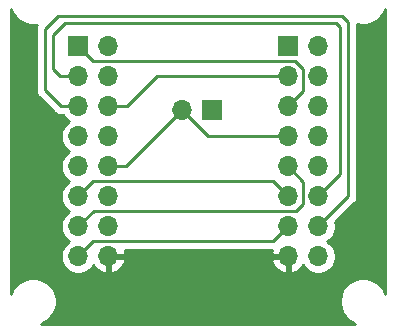
<source format=gbr>
%TF.GenerationSoftware,KiCad,Pcbnew,(5.1.9)-1*%
%TF.CreationDate,2021-08-12T01:32:41-07:00*%
%TF.ProjectId,Apple2to1,4170706c-6532-4746-9f31-2e6b69636164,rev?*%
%TF.SameCoordinates,Original*%
%TF.FileFunction,Copper,L2,Bot*%
%TF.FilePolarity,Positive*%
%FSLAX46Y46*%
G04 Gerber Fmt 4.6, Leading zero omitted, Abs format (unit mm)*
G04 Created by KiCad (PCBNEW (5.1.9)-1) date 2021-08-12 01:32:41*
%MOMM*%
%LPD*%
G01*
G04 APERTURE LIST*
%TA.AperFunction,ComponentPad*%
%ADD10R,1.700000X1.700000*%
%TD*%
%TA.AperFunction,ComponentPad*%
%ADD11O,1.700000X1.700000*%
%TD*%
%TA.AperFunction,Conductor*%
%ADD12C,0.250000*%
%TD*%
%TA.AperFunction,Conductor*%
%ADD13C,0.254000*%
%TD*%
%TA.AperFunction,Conductor*%
%ADD14C,0.100000*%
%TD*%
G04 APERTURE END LIST*
D10*
%TO.P,J3,1*%
%TO.N,+5V*%
X124400000Y-99400000D03*
D11*
%TO.P,J3,2*%
%TO.N,Net-(J1-Pad4)*%
X121860000Y-99400000D03*
%TD*%
%TO.P,J1,9*%
%TO.N,N/C*%
X133350000Y-111760000D03*
%TO.P,J1,8*%
%TO.N,GND*%
X130810000Y-111760000D03*
%TO.P,J1,10*%
%TO.N,/data3*%
X133350000Y-109220000D03*
%TO.P,J1,7*%
%TO.N,/data7*%
X130810000Y-109220000D03*
%TO.P,J1,11*%
%TO.N,/data4*%
X133350000Y-106680000D03*
%TO.P,J1,6*%
%TO.N,/data5*%
X130810000Y-106680000D03*
%TO.P,J1,12*%
%TO.N,/data1*%
X133350000Y-104140000D03*
%TO.P,J1,5*%
%TO.N,/data6*%
X130810000Y-104140000D03*
%TO.P,J1,13*%
%TO.N,/data2*%
X133350000Y-101600000D03*
%TO.P,J1,4*%
%TO.N,Net-(J1-Pad4)*%
X130810000Y-101600000D03*
%TO.P,J1,14*%
%TO.N,N/C*%
X133350000Y-99060000D03*
%TO.P,J1,3*%
%TO.N,/reset*%
X130810000Y-99060000D03*
%TO.P,J1,15*%
%TO.N,-12V*%
X133350000Y-96520000D03*
%TO.P,J1,2*%
%TO.N,/strobe*%
X130810000Y-96520000D03*
%TO.P,J1,16*%
%TO.N,N/C*%
X133350000Y-93980000D03*
D10*
%TO.P,J1,1*%
%TO.N,+5V*%
X130810000Y-93980000D03*
%TD*%
%TO.P,J2,1*%
%TO.N,/reset*%
X113030000Y-93980000D03*
D11*
%TO.P,J2,16*%
%TO.N,+5V*%
X115570000Y-93980000D03*
%TO.P,J2,2*%
%TO.N,/data4*%
X113030000Y-96520000D03*
%TO.P,J2,15*%
%TO.N,+5V*%
X115570000Y-96520000D03*
%TO.P,J2,3*%
%TO.N,/data3*%
X113030000Y-99060000D03*
%TO.P,J2,14*%
%TO.N,/strobe*%
X115570000Y-99060000D03*
%TO.P,J2,4*%
%TO.N,/data2*%
X113030000Y-101600000D03*
%TO.P,J2,13*%
%TO.N,N/C*%
X115570000Y-101600000D03*
%TO.P,J2,5*%
%TO.N,/data1*%
X113030000Y-104140000D03*
%TO.P,J2,12*%
%TO.N,Net-(J1-Pad4)*%
X115570000Y-104140000D03*
%TO.P,J2,6*%
%TO.N,/data5*%
X113030000Y-106680000D03*
%TO.P,J2,11*%
%TO.N,-12V*%
X115570000Y-106680000D03*
%TO.P,J2,7*%
%TO.N,/data6*%
X113030000Y-109220000D03*
%TO.P,J2,10*%
%TO.N,N/C*%
X115570000Y-109220000D03*
%TO.P,J2,8*%
%TO.N,/data7*%
X113030000Y-111760000D03*
%TO.P,J2,9*%
%TO.N,GND*%
X115570000Y-111760000D03*
%TD*%
D12*
%TO.N,/data4*%
X135200000Y-104830000D02*
X133350000Y-106680000D01*
X135200000Y-92300000D02*
X135200000Y-104830000D01*
X134900000Y-92000000D02*
X135200000Y-92300000D01*
X111900000Y-92000000D02*
X134900000Y-92000000D01*
X110900000Y-93000000D02*
X111900000Y-92000000D01*
X110900000Y-95900000D02*
X110900000Y-93000000D01*
X111520000Y-96520000D02*
X110900000Y-95900000D01*
X113030000Y-96520000D02*
X111520000Y-96520000D01*
%TO.N,/data3*%
X135900000Y-106670000D02*
X133350000Y-109220000D01*
X135900000Y-91900000D02*
X135900000Y-106670000D01*
X135400000Y-91400000D02*
X135900000Y-91900000D01*
X111300000Y-91400000D02*
X135400000Y-91400000D01*
X110200000Y-92500000D02*
X111300000Y-91400000D01*
X110200000Y-97700000D02*
X110200000Y-92500000D01*
X111560000Y-99060000D02*
X110200000Y-97700000D01*
X113030000Y-99060000D02*
X111560000Y-99060000D01*
%TO.N,/data7*%
X129530000Y-110500000D02*
X130810000Y-109220000D01*
X114290000Y-110500000D02*
X129530000Y-110500000D01*
X113030000Y-111760000D02*
X114290000Y-110500000D01*
%TO.N,/data5*%
X129530000Y-105400000D02*
X130810000Y-106680000D01*
X114310000Y-105400000D02*
X129530000Y-105400000D01*
X113030000Y-106680000D02*
X114310000Y-105400000D01*
%TO.N,/data6*%
X132100000Y-105430000D02*
X130810000Y-104140000D01*
X132100000Y-107300000D02*
X132100000Y-105430000D01*
X131500000Y-107900000D02*
X132100000Y-107300000D01*
X114350000Y-107900000D02*
X131500000Y-107900000D01*
X113030000Y-109220000D02*
X114350000Y-107900000D01*
%TO.N,/reset*%
X132100000Y-97770000D02*
X130810000Y-99060000D01*
X132100000Y-95900000D02*
X132100000Y-97770000D01*
X131400000Y-95200000D02*
X132100000Y-95900000D01*
X114250000Y-95200000D02*
X131400000Y-95200000D01*
X113030000Y-93980000D02*
X114250000Y-95200000D01*
%TO.N,/strobe*%
X115570000Y-99060000D02*
X117140000Y-99060000D01*
X119680000Y-96520000D02*
X130810000Y-96520000D01*
X117140000Y-99060000D02*
X119680000Y-96520000D01*
%TO.N,Net-(J1-Pad4)*%
X121860000Y-99400000D02*
X124060000Y-101600000D01*
X124060000Y-101600000D02*
X130810000Y-101600000D01*
X115570000Y-104140000D02*
X117120000Y-104140000D01*
X117120000Y-104140000D02*
X121860000Y-99400000D01*
%TD*%
D13*
%TO.N,GND*%
X139040001Y-114921668D02*
X138919085Y-114629750D01*
X138701851Y-114304636D01*
X138425364Y-114028149D01*
X138100250Y-113810915D01*
X137739003Y-113661282D01*
X137355505Y-113585000D01*
X136964495Y-113585000D01*
X136580997Y-113661282D01*
X136219750Y-113810915D01*
X135894636Y-114028149D01*
X135618149Y-114304636D01*
X135400915Y-114629750D01*
X135251282Y-114990997D01*
X135175000Y-115374495D01*
X135175000Y-115765505D01*
X135251282Y-116149003D01*
X135400915Y-116510250D01*
X135618149Y-116835364D01*
X135894636Y-117111851D01*
X136219750Y-117329085D01*
X136511665Y-117450000D01*
X109868335Y-117450000D01*
X110160250Y-117329085D01*
X110485364Y-117111851D01*
X110761851Y-116835364D01*
X110979085Y-116510250D01*
X111128718Y-116149003D01*
X111205000Y-115765505D01*
X111205000Y-115374495D01*
X111128718Y-114990997D01*
X110979085Y-114629750D01*
X110761851Y-114304636D01*
X110485364Y-114028149D01*
X110160250Y-113810915D01*
X109799003Y-113661282D01*
X109415505Y-113585000D01*
X109024495Y-113585000D01*
X108640997Y-113661282D01*
X108279750Y-113810915D01*
X107954636Y-114028149D01*
X107678149Y-114304636D01*
X107460915Y-114629750D01*
X107340000Y-114921665D01*
X107340000Y-90818335D01*
X107460915Y-91110250D01*
X107678149Y-91435364D01*
X107954636Y-91711851D01*
X108279750Y-91929085D01*
X108640997Y-92078718D01*
X109024495Y-92155000D01*
X109415505Y-92155000D01*
X109535399Y-92131152D01*
X109494454Y-92207754D01*
X109450998Y-92351015D01*
X109436324Y-92500000D01*
X109440001Y-92537332D01*
X109440000Y-97662677D01*
X109436324Y-97700000D01*
X109440000Y-97737322D01*
X109440000Y-97737332D01*
X109450997Y-97848985D01*
X109481012Y-97947932D01*
X109494454Y-97992246D01*
X109565026Y-98124276D01*
X109604871Y-98172826D01*
X109659999Y-98240001D01*
X109689002Y-98263803D01*
X110996205Y-99571008D01*
X111019999Y-99600001D01*
X111048992Y-99623795D01*
X111048996Y-99623799D01*
X111119685Y-99681811D01*
X111135724Y-99694974D01*
X111267753Y-99765546D01*
X111411014Y-99809003D01*
X111522667Y-99820000D01*
X111522676Y-99820000D01*
X111559999Y-99823676D01*
X111597322Y-99820000D01*
X111751822Y-99820000D01*
X111876525Y-100006632D01*
X112083368Y-100213475D01*
X112257760Y-100330000D01*
X112083368Y-100446525D01*
X111876525Y-100653368D01*
X111714010Y-100896589D01*
X111602068Y-101166842D01*
X111545000Y-101453740D01*
X111545000Y-101746260D01*
X111602068Y-102033158D01*
X111714010Y-102303411D01*
X111876525Y-102546632D01*
X112083368Y-102753475D01*
X112257760Y-102870000D01*
X112083368Y-102986525D01*
X111876525Y-103193368D01*
X111714010Y-103436589D01*
X111602068Y-103706842D01*
X111545000Y-103993740D01*
X111545000Y-104286260D01*
X111602068Y-104573158D01*
X111714010Y-104843411D01*
X111876525Y-105086632D01*
X112083368Y-105293475D01*
X112257760Y-105410000D01*
X112083368Y-105526525D01*
X111876525Y-105733368D01*
X111714010Y-105976589D01*
X111602068Y-106246842D01*
X111545000Y-106533740D01*
X111545000Y-106826260D01*
X111602068Y-107113158D01*
X111714010Y-107383411D01*
X111876525Y-107626632D01*
X112083368Y-107833475D01*
X112257760Y-107950000D01*
X112083368Y-108066525D01*
X111876525Y-108273368D01*
X111714010Y-108516589D01*
X111602068Y-108786842D01*
X111545000Y-109073740D01*
X111545000Y-109366260D01*
X111602068Y-109653158D01*
X111714010Y-109923411D01*
X111876525Y-110166632D01*
X112083368Y-110373475D01*
X112257760Y-110490000D01*
X112083368Y-110606525D01*
X111876525Y-110813368D01*
X111714010Y-111056589D01*
X111602068Y-111326842D01*
X111545000Y-111613740D01*
X111545000Y-111906260D01*
X111602068Y-112193158D01*
X111714010Y-112463411D01*
X111876525Y-112706632D01*
X112083368Y-112913475D01*
X112326589Y-113075990D01*
X112596842Y-113187932D01*
X112883740Y-113245000D01*
X113176260Y-113245000D01*
X113463158Y-113187932D01*
X113733411Y-113075990D01*
X113976632Y-112913475D01*
X114183475Y-112706632D01*
X114301100Y-112530594D01*
X114472412Y-112760269D01*
X114688645Y-112955178D01*
X114938748Y-113104157D01*
X115213109Y-113201481D01*
X115443000Y-113080814D01*
X115443000Y-111887000D01*
X115697000Y-111887000D01*
X115697000Y-113080814D01*
X115926891Y-113201481D01*
X116201252Y-113104157D01*
X116451355Y-112955178D01*
X116667588Y-112760269D01*
X116841641Y-112526920D01*
X116966825Y-112264099D01*
X117011476Y-112116890D01*
X129368524Y-112116890D01*
X129413175Y-112264099D01*
X129538359Y-112526920D01*
X129712412Y-112760269D01*
X129928645Y-112955178D01*
X130178748Y-113104157D01*
X130453109Y-113201481D01*
X130683000Y-113080814D01*
X130683000Y-111887000D01*
X129489845Y-111887000D01*
X129368524Y-112116890D01*
X117011476Y-112116890D01*
X116890155Y-111887000D01*
X115697000Y-111887000D01*
X115443000Y-111887000D01*
X115423000Y-111887000D01*
X115423000Y-111633000D01*
X115443000Y-111633000D01*
X115443000Y-111613000D01*
X115697000Y-111613000D01*
X115697000Y-111633000D01*
X116890155Y-111633000D01*
X117011476Y-111403110D01*
X116968068Y-111260000D01*
X129411932Y-111260000D01*
X129368524Y-111403110D01*
X129489845Y-111633000D01*
X130683000Y-111633000D01*
X130683000Y-111613000D01*
X130937000Y-111613000D01*
X130937000Y-111633000D01*
X130957000Y-111633000D01*
X130957000Y-111887000D01*
X130937000Y-111887000D01*
X130937000Y-113080814D01*
X131166891Y-113201481D01*
X131441252Y-113104157D01*
X131691355Y-112955178D01*
X131907588Y-112760269D01*
X132078900Y-112530594D01*
X132196525Y-112706632D01*
X132403368Y-112913475D01*
X132646589Y-113075990D01*
X132916842Y-113187932D01*
X133203740Y-113245000D01*
X133496260Y-113245000D01*
X133783158Y-113187932D01*
X134053411Y-113075990D01*
X134296632Y-112913475D01*
X134503475Y-112706632D01*
X134665990Y-112463411D01*
X134777932Y-112193158D01*
X134835000Y-111906260D01*
X134835000Y-111613740D01*
X134777932Y-111326842D01*
X134665990Y-111056589D01*
X134503475Y-110813368D01*
X134296632Y-110606525D01*
X134122240Y-110490000D01*
X134296632Y-110373475D01*
X134503475Y-110166632D01*
X134665990Y-109923411D01*
X134777932Y-109653158D01*
X134835000Y-109366260D01*
X134835000Y-109073740D01*
X134791209Y-108853592D01*
X136411003Y-107233799D01*
X136440001Y-107210001D01*
X136534974Y-107094276D01*
X136605546Y-106962247D01*
X136649003Y-106818986D01*
X136660000Y-106707333D01*
X136663677Y-106670000D01*
X136660000Y-106632667D01*
X136660000Y-92094433D01*
X136964495Y-92155000D01*
X137355505Y-92155000D01*
X137739003Y-92078718D01*
X138100250Y-91929085D01*
X138425364Y-91711851D01*
X138701851Y-91435364D01*
X138919085Y-91110250D01*
X139040000Y-90818335D01*
X139040001Y-114921668D01*
%TA.AperFunction,Conductor*%
D14*
G36*
X139040001Y-114921668D02*
G01*
X138919085Y-114629750D01*
X138701851Y-114304636D01*
X138425364Y-114028149D01*
X138100250Y-113810915D01*
X137739003Y-113661282D01*
X137355505Y-113585000D01*
X136964495Y-113585000D01*
X136580997Y-113661282D01*
X136219750Y-113810915D01*
X135894636Y-114028149D01*
X135618149Y-114304636D01*
X135400915Y-114629750D01*
X135251282Y-114990997D01*
X135175000Y-115374495D01*
X135175000Y-115765505D01*
X135251282Y-116149003D01*
X135400915Y-116510250D01*
X135618149Y-116835364D01*
X135894636Y-117111851D01*
X136219750Y-117329085D01*
X136511665Y-117450000D01*
X109868335Y-117450000D01*
X110160250Y-117329085D01*
X110485364Y-117111851D01*
X110761851Y-116835364D01*
X110979085Y-116510250D01*
X111128718Y-116149003D01*
X111205000Y-115765505D01*
X111205000Y-115374495D01*
X111128718Y-114990997D01*
X110979085Y-114629750D01*
X110761851Y-114304636D01*
X110485364Y-114028149D01*
X110160250Y-113810915D01*
X109799003Y-113661282D01*
X109415505Y-113585000D01*
X109024495Y-113585000D01*
X108640997Y-113661282D01*
X108279750Y-113810915D01*
X107954636Y-114028149D01*
X107678149Y-114304636D01*
X107460915Y-114629750D01*
X107340000Y-114921665D01*
X107340000Y-90818335D01*
X107460915Y-91110250D01*
X107678149Y-91435364D01*
X107954636Y-91711851D01*
X108279750Y-91929085D01*
X108640997Y-92078718D01*
X109024495Y-92155000D01*
X109415505Y-92155000D01*
X109535399Y-92131152D01*
X109494454Y-92207754D01*
X109450998Y-92351015D01*
X109436324Y-92500000D01*
X109440001Y-92537332D01*
X109440000Y-97662677D01*
X109436324Y-97700000D01*
X109440000Y-97737322D01*
X109440000Y-97737332D01*
X109450997Y-97848985D01*
X109481012Y-97947932D01*
X109494454Y-97992246D01*
X109565026Y-98124276D01*
X109604871Y-98172826D01*
X109659999Y-98240001D01*
X109689002Y-98263803D01*
X110996205Y-99571008D01*
X111019999Y-99600001D01*
X111048992Y-99623795D01*
X111048996Y-99623799D01*
X111119685Y-99681811D01*
X111135724Y-99694974D01*
X111267753Y-99765546D01*
X111411014Y-99809003D01*
X111522667Y-99820000D01*
X111522676Y-99820000D01*
X111559999Y-99823676D01*
X111597322Y-99820000D01*
X111751822Y-99820000D01*
X111876525Y-100006632D01*
X112083368Y-100213475D01*
X112257760Y-100330000D01*
X112083368Y-100446525D01*
X111876525Y-100653368D01*
X111714010Y-100896589D01*
X111602068Y-101166842D01*
X111545000Y-101453740D01*
X111545000Y-101746260D01*
X111602068Y-102033158D01*
X111714010Y-102303411D01*
X111876525Y-102546632D01*
X112083368Y-102753475D01*
X112257760Y-102870000D01*
X112083368Y-102986525D01*
X111876525Y-103193368D01*
X111714010Y-103436589D01*
X111602068Y-103706842D01*
X111545000Y-103993740D01*
X111545000Y-104286260D01*
X111602068Y-104573158D01*
X111714010Y-104843411D01*
X111876525Y-105086632D01*
X112083368Y-105293475D01*
X112257760Y-105410000D01*
X112083368Y-105526525D01*
X111876525Y-105733368D01*
X111714010Y-105976589D01*
X111602068Y-106246842D01*
X111545000Y-106533740D01*
X111545000Y-106826260D01*
X111602068Y-107113158D01*
X111714010Y-107383411D01*
X111876525Y-107626632D01*
X112083368Y-107833475D01*
X112257760Y-107950000D01*
X112083368Y-108066525D01*
X111876525Y-108273368D01*
X111714010Y-108516589D01*
X111602068Y-108786842D01*
X111545000Y-109073740D01*
X111545000Y-109366260D01*
X111602068Y-109653158D01*
X111714010Y-109923411D01*
X111876525Y-110166632D01*
X112083368Y-110373475D01*
X112257760Y-110490000D01*
X112083368Y-110606525D01*
X111876525Y-110813368D01*
X111714010Y-111056589D01*
X111602068Y-111326842D01*
X111545000Y-111613740D01*
X111545000Y-111906260D01*
X111602068Y-112193158D01*
X111714010Y-112463411D01*
X111876525Y-112706632D01*
X112083368Y-112913475D01*
X112326589Y-113075990D01*
X112596842Y-113187932D01*
X112883740Y-113245000D01*
X113176260Y-113245000D01*
X113463158Y-113187932D01*
X113733411Y-113075990D01*
X113976632Y-112913475D01*
X114183475Y-112706632D01*
X114301100Y-112530594D01*
X114472412Y-112760269D01*
X114688645Y-112955178D01*
X114938748Y-113104157D01*
X115213109Y-113201481D01*
X115443000Y-113080814D01*
X115443000Y-111887000D01*
X115697000Y-111887000D01*
X115697000Y-113080814D01*
X115926891Y-113201481D01*
X116201252Y-113104157D01*
X116451355Y-112955178D01*
X116667588Y-112760269D01*
X116841641Y-112526920D01*
X116966825Y-112264099D01*
X117011476Y-112116890D01*
X129368524Y-112116890D01*
X129413175Y-112264099D01*
X129538359Y-112526920D01*
X129712412Y-112760269D01*
X129928645Y-112955178D01*
X130178748Y-113104157D01*
X130453109Y-113201481D01*
X130683000Y-113080814D01*
X130683000Y-111887000D01*
X129489845Y-111887000D01*
X129368524Y-112116890D01*
X117011476Y-112116890D01*
X116890155Y-111887000D01*
X115697000Y-111887000D01*
X115443000Y-111887000D01*
X115423000Y-111887000D01*
X115423000Y-111633000D01*
X115443000Y-111633000D01*
X115443000Y-111613000D01*
X115697000Y-111613000D01*
X115697000Y-111633000D01*
X116890155Y-111633000D01*
X117011476Y-111403110D01*
X116968068Y-111260000D01*
X129411932Y-111260000D01*
X129368524Y-111403110D01*
X129489845Y-111633000D01*
X130683000Y-111633000D01*
X130683000Y-111613000D01*
X130937000Y-111613000D01*
X130937000Y-111633000D01*
X130957000Y-111633000D01*
X130957000Y-111887000D01*
X130937000Y-111887000D01*
X130937000Y-113080814D01*
X131166891Y-113201481D01*
X131441252Y-113104157D01*
X131691355Y-112955178D01*
X131907588Y-112760269D01*
X132078900Y-112530594D01*
X132196525Y-112706632D01*
X132403368Y-112913475D01*
X132646589Y-113075990D01*
X132916842Y-113187932D01*
X133203740Y-113245000D01*
X133496260Y-113245000D01*
X133783158Y-113187932D01*
X134053411Y-113075990D01*
X134296632Y-112913475D01*
X134503475Y-112706632D01*
X134665990Y-112463411D01*
X134777932Y-112193158D01*
X134835000Y-111906260D01*
X134835000Y-111613740D01*
X134777932Y-111326842D01*
X134665990Y-111056589D01*
X134503475Y-110813368D01*
X134296632Y-110606525D01*
X134122240Y-110490000D01*
X134296632Y-110373475D01*
X134503475Y-110166632D01*
X134665990Y-109923411D01*
X134777932Y-109653158D01*
X134835000Y-109366260D01*
X134835000Y-109073740D01*
X134791209Y-108853592D01*
X136411003Y-107233799D01*
X136440001Y-107210001D01*
X136534974Y-107094276D01*
X136605546Y-106962247D01*
X136649003Y-106818986D01*
X136660000Y-106707333D01*
X136663677Y-106670000D01*
X136660000Y-106632667D01*
X136660000Y-92094433D01*
X136964495Y-92155000D01*
X137355505Y-92155000D01*
X137739003Y-92078718D01*
X138100250Y-91929085D01*
X138425364Y-91711851D01*
X138701851Y-91435364D01*
X138919085Y-91110250D01*
X139040000Y-90818335D01*
X139040001Y-114921668D01*
G37*
%TD.AperFunction*%
%TD*%
M02*

</source>
